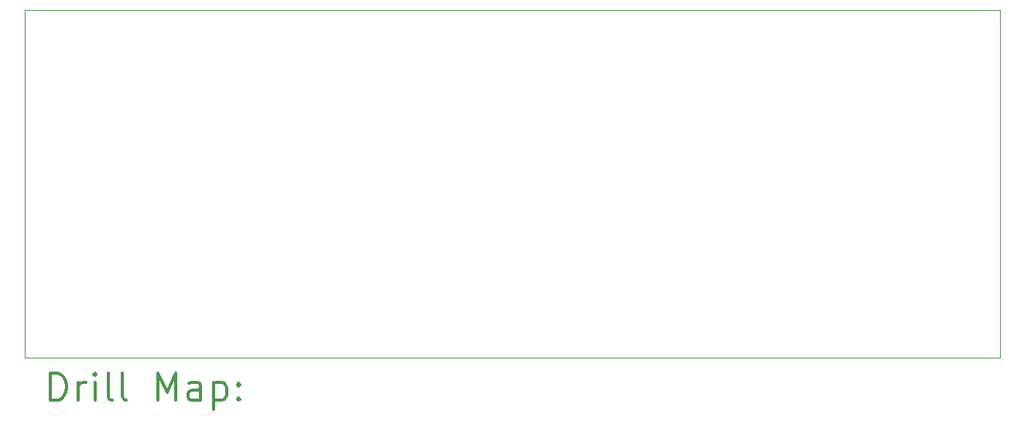
<source format=gbr>
%FSLAX45Y45*%
G04 Gerber Fmt 4.5, Leading zero omitted, Abs format (unit mm)*
G04 Created by KiCad (PCBNEW (5.1.9)-1) date 2021-04-12 23:16:39*
%MOMM*%
%LPD*%
G01*
G04 APERTURE LIST*
%TA.AperFunction,Profile*%
%ADD10C,0.050000*%
%TD*%
%ADD11C,0.200000*%
%ADD12C,0.300000*%
G04 APERTURE END LIST*
D10*
X18288000Y-8255000D02*
X18288000Y-4445000D01*
X7620000Y-8255000D02*
X18288000Y-8255000D01*
X7620000Y-4445000D02*
X7620000Y-8255000D01*
X18288000Y-4445000D02*
X7620000Y-4445000D01*
D11*
D12*
X7903928Y-8723214D02*
X7903928Y-8423214D01*
X7975357Y-8423214D01*
X8018214Y-8437500D01*
X8046786Y-8466072D01*
X8061071Y-8494643D01*
X8075357Y-8551786D01*
X8075357Y-8594643D01*
X8061071Y-8651786D01*
X8046786Y-8680357D01*
X8018214Y-8708929D01*
X7975357Y-8723214D01*
X7903928Y-8723214D01*
X8203928Y-8723214D02*
X8203928Y-8523214D01*
X8203928Y-8580357D02*
X8218214Y-8551786D01*
X8232500Y-8537500D01*
X8261071Y-8523214D01*
X8289643Y-8523214D01*
X8389643Y-8723214D02*
X8389643Y-8523214D01*
X8389643Y-8423214D02*
X8375357Y-8437500D01*
X8389643Y-8451786D01*
X8403928Y-8437500D01*
X8389643Y-8423214D01*
X8389643Y-8451786D01*
X8575357Y-8723214D02*
X8546786Y-8708929D01*
X8532500Y-8680357D01*
X8532500Y-8423214D01*
X8732500Y-8723214D02*
X8703928Y-8708929D01*
X8689643Y-8680357D01*
X8689643Y-8423214D01*
X9075357Y-8723214D02*
X9075357Y-8423214D01*
X9175357Y-8637500D01*
X9275357Y-8423214D01*
X9275357Y-8723214D01*
X9546786Y-8723214D02*
X9546786Y-8566072D01*
X9532500Y-8537500D01*
X9503928Y-8523214D01*
X9446786Y-8523214D01*
X9418214Y-8537500D01*
X9546786Y-8708929D02*
X9518214Y-8723214D01*
X9446786Y-8723214D01*
X9418214Y-8708929D01*
X9403928Y-8680357D01*
X9403928Y-8651786D01*
X9418214Y-8623214D01*
X9446786Y-8608929D01*
X9518214Y-8608929D01*
X9546786Y-8594643D01*
X9689643Y-8523214D02*
X9689643Y-8823214D01*
X9689643Y-8537500D02*
X9718214Y-8523214D01*
X9775357Y-8523214D01*
X9803928Y-8537500D01*
X9818214Y-8551786D01*
X9832500Y-8580357D01*
X9832500Y-8666072D01*
X9818214Y-8694643D01*
X9803928Y-8708929D01*
X9775357Y-8723214D01*
X9718214Y-8723214D01*
X9689643Y-8708929D01*
X9961071Y-8694643D02*
X9975357Y-8708929D01*
X9961071Y-8723214D01*
X9946786Y-8708929D01*
X9961071Y-8694643D01*
X9961071Y-8723214D01*
X9961071Y-8537500D02*
X9975357Y-8551786D01*
X9961071Y-8566072D01*
X9946786Y-8551786D01*
X9961071Y-8537500D01*
X9961071Y-8566072D01*
M02*

</source>
